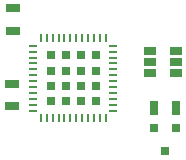
<source format=gtp>
G04 #@! TF.FileFunction,Paste,Top*
%FSLAX46Y46*%
G04 Gerber Fmt 4.6, Leading zero omitted, Abs format (unit mm)*
G04 Created by KiCad (PCBNEW 4.0.4-stable) date 12/09/16 08:24:26*
%MOMM*%
%LPD*%
G01*
G04 APERTURE LIST*
%ADD10C,0.100000*%
%ADD11R,1.300000X0.700000*%
%ADD12R,0.700000X1.300000*%
%ADD13R,0.800100X0.800100*%
%ADD14R,1.060000X0.650000*%
%ADD15R,0.700000X0.250000*%
%ADD16R,0.250000X0.700000*%
%ADD17R,0.772500X0.772500*%
G04 APERTURE END LIST*
D10*
D11*
X145999000Y-95285600D03*
X145999000Y-93385600D03*
D12*
X157927000Y-101854000D03*
X159827000Y-101854000D03*
D11*
X145948000Y-101686000D03*
X145948000Y-99786000D03*
D13*
X159827000Y-103520240D03*
X157927000Y-103520240D03*
X158877000Y-105519220D03*
D14*
X159799000Y-98892400D03*
X159799000Y-97942400D03*
X159799000Y-96992400D03*
X157599000Y-96992400D03*
X157599000Y-98892400D03*
X157599000Y-97942400D03*
D15*
X147730000Y-96564000D03*
X147730000Y-97064000D03*
X147730000Y-97564000D03*
X147730000Y-98064000D03*
X147730000Y-98564000D03*
X147730000Y-99064000D03*
X147730000Y-99564000D03*
X147730000Y-100064000D03*
X147730000Y-100564000D03*
X147730000Y-101064000D03*
X147730000Y-101564000D03*
X147730000Y-102064000D03*
D16*
X148380000Y-102714000D03*
X148880000Y-102714000D03*
X149380000Y-102714000D03*
X149880000Y-102714000D03*
X150380000Y-102714000D03*
X150880000Y-102714000D03*
X151380000Y-102714000D03*
X151880000Y-102714000D03*
X152380000Y-102714000D03*
X152880000Y-102714000D03*
X153380000Y-102714000D03*
X153880000Y-102714000D03*
D15*
X154530000Y-102064000D03*
X154530000Y-101564000D03*
X154530000Y-101064000D03*
X154530000Y-100564000D03*
X154530000Y-100064000D03*
X154530000Y-99564000D03*
X154530000Y-99064000D03*
X154530000Y-98564000D03*
X154530000Y-98064000D03*
X154530000Y-97564000D03*
X154530000Y-97064000D03*
X154530000Y-96564000D03*
D16*
X153880000Y-95914000D03*
X153380000Y-95914000D03*
X152880000Y-95914000D03*
X152380000Y-95914000D03*
X151880000Y-95914000D03*
X151380000Y-95914000D03*
X150880000Y-95914000D03*
X150380000Y-95914000D03*
X149880000Y-95914000D03*
X149380000Y-95914000D03*
X148880000Y-95914000D03*
X148380000Y-95914000D03*
D17*
X153061250Y-101245250D03*
X153061250Y-99957750D03*
X153061250Y-98670250D03*
X153061250Y-97382750D03*
X151773750Y-101245250D03*
X151773750Y-99957750D03*
X151773750Y-98670250D03*
X151773750Y-97382750D03*
X150486250Y-101245250D03*
X150486250Y-99957750D03*
X150486250Y-98670250D03*
X150486250Y-97382750D03*
X149198750Y-101245250D03*
X149198750Y-99957750D03*
X149198750Y-98670250D03*
X149198750Y-97382750D03*
M02*

</source>
